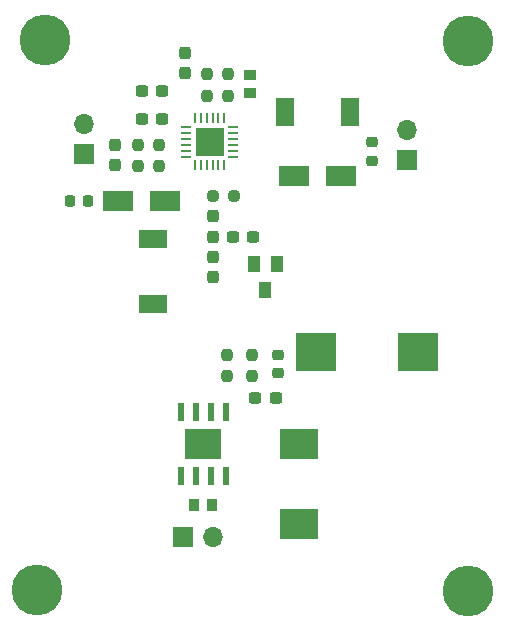
<source format=gbr>
%TF.GenerationSoftware,KiCad,Pcbnew,(6.0.6)*%
%TF.CreationDate,2022-12-02T12:37:59-05:00*%
%TF.ProjectId,SplitRail DC Power Supply,53706c69-7452-4616-996c-20444320506f,rev?*%
%TF.SameCoordinates,Original*%
%TF.FileFunction,Soldermask,Top*%
%TF.FilePolarity,Negative*%
%FSLAX46Y46*%
G04 Gerber Fmt 4.6, Leading zero omitted, Abs format (unit mm)*
G04 Created by KiCad (PCBNEW (6.0.6)) date 2022-12-02 12:37:59*
%MOMM*%
%LPD*%
G01*
G04 APERTURE LIST*
G04 Aperture macros list*
%AMRoundRect*
0 Rectangle with rounded corners*
0 $1 Rounding radius*
0 $2 $3 $4 $5 $6 $7 $8 $9 X,Y pos of 4 corners*
0 Add a 4 corners polygon primitive as box body*
4,1,4,$2,$3,$4,$5,$6,$7,$8,$9,$2,$3,0*
0 Add four circle primitives for the rounded corners*
1,1,$1+$1,$2,$3*
1,1,$1+$1,$4,$5*
1,1,$1+$1,$6,$7*
1,1,$1+$1,$8,$9*
0 Add four rect primitives between the rounded corners*
20,1,$1+$1,$2,$3,$4,$5,0*
20,1,$1+$1,$4,$5,$6,$7,0*
20,1,$1+$1,$6,$7,$8,$9,0*
20,1,$1+$1,$8,$9,$2,$3,0*%
G04 Aperture macros list end*
%ADD10R,1.700000X1.700000*%
%ADD11O,1.700000X1.700000*%
%ADD12RoundRect,0.237500X0.300000X0.237500X-0.300000X0.237500X-0.300000X-0.237500X0.300000X-0.237500X0*%
%ADD13R,1.500000X2.400000*%
%ADD14RoundRect,0.237500X0.237500X-0.300000X0.237500X0.300000X-0.237500X0.300000X-0.237500X-0.300000X0*%
%ADD15C,4.300000*%
%ADD16RoundRect,0.237500X-0.237500X0.250000X-0.237500X-0.250000X0.237500X-0.250000X0.237500X0.250000X0*%
%ADD17RoundRect,0.237500X0.250000X0.237500X-0.250000X0.237500X-0.250000X-0.237500X0.250000X-0.237500X0*%
%ADD18R,0.980000X0.920000*%
%ADD19RoundRect,0.225000X-0.250000X0.225000X-0.250000X-0.225000X0.250000X-0.225000X0.250000X0.225000X0*%
%ADD20RoundRect,0.062500X0.062500X-0.325000X0.062500X0.325000X-0.062500X0.325000X-0.062500X-0.325000X0*%
%ADD21RoundRect,0.062500X0.325000X-0.062500X0.325000X0.062500X-0.325000X0.062500X-0.325000X-0.062500X0*%
%ADD22R,2.450000X2.450000*%
%ADD23R,1.000000X1.400000*%
%ADD24RoundRect,0.225000X0.250000X-0.225000X0.250000X0.225000X-0.250000X0.225000X-0.250000X-0.225000X0*%
%ADD25R,3.439000X3.254000*%
%ADD26RoundRect,0.237500X0.237500X-0.250000X0.237500X0.250000X-0.237500X0.250000X-0.237500X-0.250000X0*%
%ADD27R,3.300000X2.500000*%
%ADD28R,0.920000X0.980000*%
%ADD29R,2.500000X1.800000*%
%ADD30R,0.600000X1.550000*%
%ADD31R,3.100000X2.600000*%
%ADD32R,2.400000X1.500000*%
%ADD33RoundRect,0.237500X-0.237500X0.300000X-0.237500X-0.300000X0.237500X-0.300000X0.237500X0.300000X0*%
%ADD34RoundRect,0.225000X0.225000X0.250000X-0.225000X0.250000X-0.225000X-0.250000X0.225000X-0.250000X0*%
G04 APERTURE END LIST*
D10*
%TO.C,J3*%
X72561200Y-47294800D03*
D11*
X72561200Y-44754800D03*
%TD*%
D12*
%TO.C,C7-2*%
X51865700Y-41402000D03*
X50140700Y-41402000D03*
%TD*%
D13*
%TO.C,L2-2*%
X62242000Y-43180000D03*
X67742000Y-43180000D03*
%TD*%
D14*
%TO.C,C8-2*%
X53797200Y-39927700D03*
X53797200Y-38202700D03*
%TD*%
D15*
%TO.C,H4*%
X77774800Y-83718400D03*
%TD*%
D16*
%TO.C,R1-1*%
X59486800Y-63755900D03*
X59486800Y-65580900D03*
%TD*%
D17*
%TO.C,R7-2*%
X57960900Y-50292000D03*
X56135900Y-50292000D03*
%TD*%
D12*
%TO.C,C6-2*%
X51865700Y-43789600D03*
X50140700Y-43789600D03*
%TD*%
D18*
%TO.C,C10-2*%
X59283600Y-40068200D03*
X59283600Y-41618200D03*
%TD*%
D10*
%TO.C,J1*%
X53589000Y-79197200D03*
D11*
X56129000Y-79197200D03*
%TD*%
D19*
%TO.C,C3-1*%
X61671200Y-63741000D03*
X61671200Y-65291000D03*
%TD*%
D14*
%TO.C,C9-2*%
X47904400Y-47700100D03*
X47904400Y-45975100D03*
%TD*%
D20*
%TO.C,U2*%
X54630000Y-47707500D03*
X55130000Y-47707500D03*
X55630000Y-47707500D03*
X56130000Y-47707500D03*
X56630000Y-47707500D03*
X57130000Y-47707500D03*
D21*
X57867500Y-46970000D03*
X57867500Y-46470000D03*
X57867500Y-45970000D03*
X57867500Y-45470000D03*
X57867500Y-44970000D03*
X57867500Y-44470000D03*
D20*
X57130000Y-43732500D03*
X56630000Y-43732500D03*
X56130000Y-43732500D03*
X55630000Y-43732500D03*
X55130000Y-43732500D03*
X54630000Y-43732500D03*
D21*
X53892500Y-44470000D03*
X53892500Y-44970000D03*
X53892500Y-45470000D03*
X53892500Y-45970000D03*
X53892500Y-46470000D03*
X53892500Y-46970000D03*
D22*
X55880000Y-45720000D03*
%TD*%
D15*
%TO.C,H1*%
X77774800Y-37185600D03*
%TD*%
D16*
%TO.C,R2-2*%
X51612800Y-45975900D03*
X51612800Y-47800900D03*
%TD*%
D14*
%TO.C,C1-2*%
X56134000Y-57199700D03*
X56134000Y-55474700D03*
%TD*%
D15*
%TO.C,H2*%
X41300400Y-83667600D03*
%TD*%
D23*
%TO.C,Q1*%
X61554400Y-56050000D03*
X59654400Y-56050000D03*
X60604400Y-58250000D03*
%TD*%
D24*
%TO.C,C5-2*%
X69665600Y-47307800D03*
X69665600Y-45757800D03*
%TD*%
D16*
%TO.C,R4-2*%
X55626000Y-39981500D03*
X55626000Y-41806500D03*
%TD*%
D25*
%TO.C,L1-1*%
X73502600Y-63550800D03*
X64876600Y-63550800D03*
%TD*%
D26*
%TO.C,R1-2*%
X49784000Y-47800900D03*
X49784000Y-45975900D03*
%TD*%
D27*
%TO.C,D2-1*%
X63449200Y-71272400D03*
X63449200Y-78072400D03*
%TD*%
D26*
%TO.C,R2-1*%
X57353200Y-65580900D03*
X57353200Y-63755900D03*
%TD*%
D15*
%TO.C,H3*%
X41960800Y-37134800D03*
%TD*%
D28*
%TO.C,C1-1*%
X56096200Y-76454000D03*
X54546200Y-76454000D03*
%TD*%
D29*
%TO.C,D2*%
X63042800Y-48615600D03*
X67042800Y-48615600D03*
%TD*%
D30*
%TO.C,U1*%
X57226200Y-68623200D03*
X55956200Y-68623200D03*
X54686200Y-68623200D03*
X53416200Y-68623200D03*
X53416200Y-74023200D03*
X54686200Y-74023200D03*
X55956200Y-74023200D03*
X57226200Y-74023200D03*
D31*
X55321200Y-71323200D03*
%TD*%
D32*
%TO.C,L1-2*%
X51104800Y-59493600D03*
X51104800Y-53993600D03*
%TD*%
D26*
%TO.C,R3-2*%
X57454800Y-41806500D03*
X57454800Y-39981500D03*
%TD*%
D12*
%TO.C,C2-2*%
X59587300Y-53797200D03*
X57862300Y-53797200D03*
%TD*%
D33*
%TO.C,C3-2*%
X56134000Y-52020300D03*
X56134000Y-53745300D03*
%TD*%
D10*
%TO.C,J2*%
X45212000Y-46741000D03*
D11*
X45212000Y-44201000D03*
%TD*%
D12*
%TO.C,C2-1*%
X61466900Y-67411600D03*
X59741900Y-67411600D03*
%TD*%
D34*
%TO.C,C4-2*%
X45580600Y-50749200D03*
X44030600Y-50749200D03*
%TD*%
D29*
%TO.C,D1*%
X48139600Y-50698400D03*
X52139600Y-50698400D03*
%TD*%
M02*

</source>
